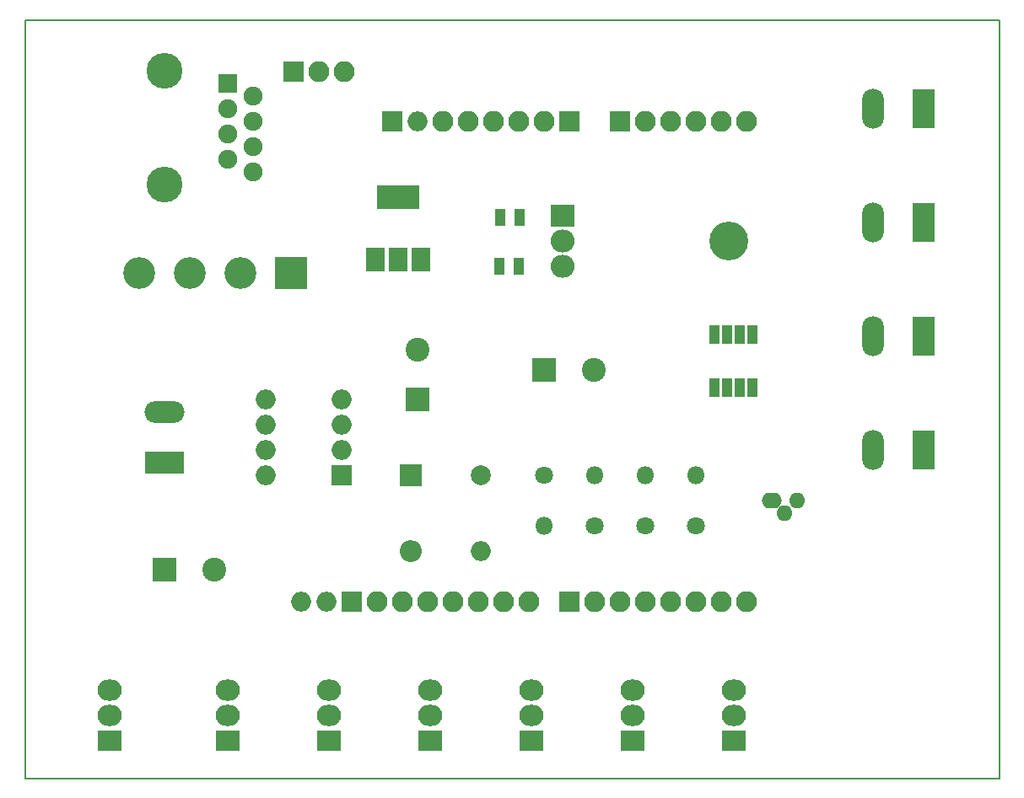
<source format=gbr>
G04 #@! TF.GenerationSoftware,KiCad,Pcbnew,(5.1.2)-1*
G04 #@! TF.CreationDate,2019-05-13T21:13:34+02:00*
G04 #@! TF.ProjectId,braccio shield,62726163-6369-46f2-9073-6869656c642e,rev?*
G04 #@! TF.SameCoordinates,Original*
G04 #@! TF.FileFunction,Soldermask,Top*
G04 #@! TF.FilePolarity,Negative*
%FSLAX46Y46*%
G04 Gerber Fmt 4.6, Leading zero omitted, Abs format (unit mm)*
G04 Created by KiCad (PCBNEW (5.1.2)-1) date 2019-05-13 21:13:34*
%MOMM*%
%LPD*%
G04 APERTURE LIST*
%ADD10C,0.150000*%
%ADD11R,2.430000X2.130000*%
%ADD12O,2.430000X2.130000*%
%ADD13R,1.100000X1.700000*%
%ADD14O,2.100000X2.100000*%
%ADD15R,2.100000X2.100000*%
%ADD16C,3.600000*%
%ADD17R,1.900000X1.900000*%
%ADD18C,1.900000*%
%ADD19C,1.800000*%
%ADD20O,1.800000X1.800000*%
%ADD21C,2.000000*%
%ADD22O,2.000000X2.000000*%
%ADD23R,2.000000X2.000000*%
%ADD24R,2.200000X2.200000*%
%ADD25O,2.200000X2.200000*%
%ADD26C,3.200000*%
%ADD27R,3.200000X3.200000*%
%ADD28O,4.000000X2.200000*%
%ADD29R,4.000000X2.200000*%
%ADD30R,2.200000X4.000000*%
%ADD31O,2.200000X4.000000*%
%ADD32O,2.000000X1.600000*%
%ADD33O,1.600000X1.600000*%
%ADD34R,1.000000X1.950000*%
%ADD35O,3.900000X3.900000*%
%ADD36R,2.400000X2.305000*%
%ADD37O,2.400000X2.305000*%
%ADD38R,4.200000X2.400000*%
%ADD39R,1.900000X2.400000*%
%ADD40R,2.400000X2.400000*%
%ADD41C,2.400000*%
G04 APERTURE END LIST*
D10*
X45720000Y-30480000D02*
X53340000Y-30480000D01*
X53340000Y-106680000D02*
X45720000Y-106680000D01*
X143510000Y-106680000D02*
X143510000Y-30480000D01*
X53340000Y-106680000D02*
X143510000Y-106680000D01*
X45720000Y-30480000D02*
X45720000Y-106680000D01*
X143510000Y-30480000D02*
X53340000Y-30480000D01*
D11*
X54229000Y-102870000D03*
D12*
X54229000Y-100330000D03*
X54229000Y-97790000D03*
D13*
X93350000Y-55245000D03*
X95250000Y-55245000D03*
X93411000Y-50292000D03*
X95311000Y-50292000D03*
D14*
X77724000Y-35687000D03*
X75184000Y-35687000D03*
D15*
X72644000Y-35687000D03*
D16*
X59690000Y-46990000D03*
X59690000Y-35560000D03*
D17*
X66040000Y-36830000D03*
D18*
X68580000Y-38100000D03*
X66040000Y-39370000D03*
X68580000Y-40640000D03*
X66040000Y-41910000D03*
X68580000Y-43180000D03*
X66040000Y-44450000D03*
X68580000Y-45720000D03*
D19*
X97790000Y-76200000D03*
D20*
X97790000Y-81280000D03*
D21*
X91440000Y-76200000D03*
D22*
X91440000Y-83820000D03*
D20*
X113030000Y-76200000D03*
D19*
X113030000Y-81280000D03*
D20*
X102870000Y-76200000D03*
D19*
X102870000Y-81280000D03*
D22*
X73410000Y-88900000D03*
X75950000Y-88900000D03*
D23*
X82550000Y-40640000D03*
D22*
X113030000Y-88900000D03*
X85090000Y-40640000D03*
X110490000Y-88900000D03*
X87630000Y-40640000D03*
X107950000Y-88900000D03*
X90170000Y-40640000D03*
X105410000Y-88900000D03*
X92710000Y-40640000D03*
X102870000Y-88900000D03*
X95250000Y-40640000D03*
X100330000Y-88900000D03*
X97790000Y-40640000D03*
X96270000Y-88900000D03*
X100330000Y-40640000D03*
X93730000Y-88900000D03*
X105410000Y-40640000D03*
X91190000Y-88900000D03*
X107950000Y-40640000D03*
X88650000Y-88900000D03*
X110490000Y-40640000D03*
X86110000Y-88900000D03*
X113030000Y-40640000D03*
X83570000Y-88900000D03*
X115570000Y-40640000D03*
X81030000Y-88900000D03*
X118110000Y-40640000D03*
X78490000Y-88900000D03*
X118110000Y-88900000D03*
X115570000Y-88900000D03*
D24*
X84455000Y-76200000D03*
D25*
X84455000Y-83820000D03*
D26*
X57150000Y-55880000D03*
X62230000Y-55880000D03*
X67310000Y-55880000D03*
D27*
X72390000Y-55880000D03*
D28*
X59690000Y-69850000D03*
D29*
X59690000Y-74930000D03*
D15*
X100330000Y-88900000D03*
D14*
X102870000Y-88900000D03*
X105410000Y-88900000D03*
X107950000Y-88900000D03*
X110490000Y-88900000D03*
X113030000Y-88900000D03*
X115570000Y-88900000D03*
X118110000Y-88900000D03*
X96270000Y-88900000D03*
X93730000Y-88900000D03*
X91190000Y-88900000D03*
X88650000Y-88900000D03*
X86110000Y-88900000D03*
X83570000Y-88900000D03*
X81030000Y-88900000D03*
D15*
X78490000Y-88900000D03*
X105410000Y-40640000D03*
D14*
X107950000Y-40640000D03*
X110490000Y-40640000D03*
X113030000Y-40640000D03*
X115570000Y-40640000D03*
X118110000Y-40640000D03*
X87630000Y-40640000D03*
X90170000Y-40640000D03*
X92710000Y-40640000D03*
X95250000Y-40640000D03*
X97790000Y-40640000D03*
D15*
X100330000Y-40640000D03*
D11*
X116840000Y-102870000D03*
D12*
X116840000Y-100330000D03*
X116840000Y-97790000D03*
X106680000Y-97790000D03*
X106680000Y-100330000D03*
D11*
X106680000Y-102870000D03*
D12*
X96520000Y-97790000D03*
X96520000Y-100330000D03*
D11*
X96520000Y-102870000D03*
X86360000Y-102870000D03*
D12*
X86360000Y-100330000D03*
X86360000Y-97790000D03*
D11*
X76200000Y-102870000D03*
D12*
X76200000Y-100330000D03*
X76200000Y-97790000D03*
X66040000Y-97790000D03*
X66040000Y-100330000D03*
D11*
X66040000Y-102870000D03*
D30*
X135890000Y-73660000D03*
D31*
X130810000Y-73660000D03*
D30*
X135890000Y-62230000D03*
D31*
X130810000Y-62230000D03*
X130810000Y-39370000D03*
D30*
X135890000Y-39370000D03*
X135890000Y-50800000D03*
D31*
X130810000Y-50800000D03*
D32*
X120650000Y-78740000D03*
D33*
X121920000Y-80010000D03*
X123190000Y-78740000D03*
D34*
X114935000Y-67470000D03*
X116205000Y-67470000D03*
X117475000Y-67470000D03*
X118745000Y-67470000D03*
X118745000Y-62070000D03*
X117475000Y-62070000D03*
X116205000Y-62070000D03*
X114935000Y-62070000D03*
D19*
X107950000Y-81280000D03*
D20*
X107950000Y-76200000D03*
D23*
X77470000Y-76200000D03*
D22*
X69850000Y-68580000D03*
X77470000Y-73660000D03*
X69850000Y-71120000D03*
X77470000Y-71120000D03*
X69850000Y-73660000D03*
X77470000Y-68580000D03*
X69850000Y-76200000D03*
D35*
X116355000Y-52705000D03*
D36*
X99695000Y-50165000D03*
D37*
X99695000Y-52705000D03*
X99695000Y-55245000D03*
D38*
X83185000Y-48260000D03*
D39*
X83185000Y-54560000D03*
X85485000Y-54560000D03*
X80885000Y-54560000D03*
D40*
X59690000Y-85725000D03*
D41*
X64690000Y-85725000D03*
X85090000Y-63580000D03*
D40*
X85090000Y-68580000D03*
X97790000Y-65659000D03*
D41*
X102790000Y-65659000D03*
M02*

</source>
